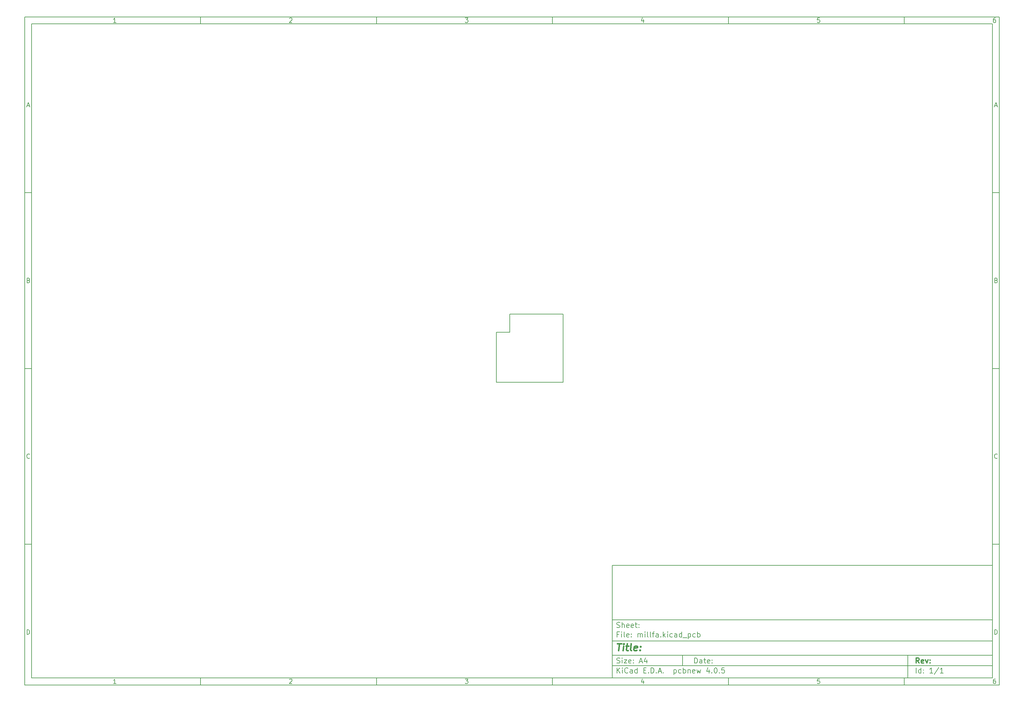
<source format=gbr>
%TF.GenerationSoftware,KiCad,Pcbnew,4.0.5*%
%TF.CreationDate,2017-03-15T23:01:03-07:00*%
%TF.ProjectId,millfa,6D696C6C66612E6B696361645F706362,rev?*%
%TF.FileFunction,Other,User*%
%FSLAX46Y46*%
G04 Gerber Fmt 4.6, Leading zero omitted, Abs format (unit mm)*
G04 Created by KiCad (PCBNEW 4.0.5) date 03/15/17 23:01:03*
%MOMM*%
%LPD*%
G01*
G04 APERTURE LIST*
%ADD10C,0.025400*%
%ADD11C,0.150000*%
%ADD12C,0.300000*%
%ADD13C,0.400000*%
%ADD14C,0.200000*%
G04 APERTURE END LIST*
D10*
D11*
X32984200Y-52075500D02*
X32984200Y-84075500D01*
X140984200Y-84075500D01*
X140984200Y-52075500D01*
X32984200Y-52075500D01*
D10*
D11*
X-134018000Y103931700D02*
X-134018000Y-86075500D01*
X142984200Y-86075500D01*
X142984200Y103931700D01*
X-134018000Y103931700D01*
D10*
D11*
X-132018000Y101931700D02*
X-132018000Y-84075500D01*
X140984200Y-84075500D01*
X140984200Y101931700D01*
X-132018000Y101931700D01*
D10*
D11*
X-84018000Y101931700D02*
X-84018000Y103931700D01*
D10*
D11*
X-34018000Y101931700D02*
X-34018000Y103931700D01*
D10*
D11*
X15982000Y101931700D02*
X15982000Y103931700D01*
D10*
D11*
X65982000Y101931700D02*
X65982000Y103931700D01*
D10*
D11*
X115982000Y101931700D02*
X115982000Y103931700D01*
D10*
D11*
X-108027524Y102343605D02*
X-108770381Y102343605D01*
X-108398952Y102343605D02*
X-108398952Y103643605D01*
X-108522762Y103457890D01*
X-108646571Y103334081D01*
X-108770381Y103272176D01*
D10*
D11*
X-58770381Y103519795D02*
X-58708476Y103581700D01*
X-58584667Y103643605D01*
X-58275143Y103643605D01*
X-58151333Y103581700D01*
X-58089429Y103519795D01*
X-58027524Y103395986D01*
X-58027524Y103272176D01*
X-58089429Y103086462D01*
X-58832286Y102343605D01*
X-58027524Y102343605D01*
D10*
D11*
X-8832286Y103643605D02*
X-8027524Y103643605D01*
X-8460857Y103148367D01*
X-8275143Y103148367D01*
X-8151333Y103086462D01*
X-8089429Y103024557D01*
X-8027524Y102900748D01*
X-8027524Y102591224D01*
X-8089429Y102467414D01*
X-8151333Y102405510D01*
X-8275143Y102343605D01*
X-8646571Y102343605D01*
X-8770381Y102405510D01*
X-8832286Y102467414D01*
D10*
D11*
X41848667Y103210271D02*
X41848667Y102343605D01*
X41539143Y103705510D02*
X41229619Y102776938D01*
X42034381Y102776938D01*
D10*
D11*
X91910571Y103643605D02*
X91291524Y103643605D01*
X91229619Y103024557D01*
X91291524Y103086462D01*
X91415333Y103148367D01*
X91724857Y103148367D01*
X91848667Y103086462D01*
X91910571Y103024557D01*
X91972476Y102900748D01*
X91972476Y102591224D01*
X91910571Y102467414D01*
X91848667Y102405510D01*
X91724857Y102343605D01*
X91415333Y102343605D01*
X91291524Y102405510D01*
X91229619Y102467414D01*
D10*
D11*
X141848667Y103643605D02*
X141601048Y103643605D01*
X141477238Y103581700D01*
X141415333Y103519795D01*
X141291524Y103334081D01*
X141229619Y103086462D01*
X141229619Y102591224D01*
X141291524Y102467414D01*
X141353429Y102405510D01*
X141477238Y102343605D01*
X141724857Y102343605D01*
X141848667Y102405510D01*
X141910571Y102467414D01*
X141972476Y102591224D01*
X141972476Y102900748D01*
X141910571Y103024557D01*
X141848667Y103086462D01*
X141724857Y103148367D01*
X141477238Y103148367D01*
X141353429Y103086462D01*
X141291524Y103024557D01*
X141229619Y102900748D01*
D10*
D11*
X-84018000Y-84075500D02*
X-84018000Y-86075500D01*
D10*
D11*
X-34018000Y-84075500D02*
X-34018000Y-86075500D01*
D10*
D11*
X15982000Y-84075500D02*
X15982000Y-86075500D01*
D10*
D11*
X65982000Y-84075500D02*
X65982000Y-86075500D01*
D10*
D11*
X115982000Y-84075500D02*
X115982000Y-86075500D01*
D10*
D11*
X-108027524Y-85663595D02*
X-108770381Y-85663595D01*
X-108398952Y-85663595D02*
X-108398952Y-84363595D01*
X-108522762Y-84549310D01*
X-108646571Y-84673119D01*
X-108770381Y-84735024D01*
D10*
D11*
X-58770381Y-84487405D02*
X-58708476Y-84425500D01*
X-58584667Y-84363595D01*
X-58275143Y-84363595D01*
X-58151333Y-84425500D01*
X-58089429Y-84487405D01*
X-58027524Y-84611214D01*
X-58027524Y-84735024D01*
X-58089429Y-84920738D01*
X-58832286Y-85663595D01*
X-58027524Y-85663595D01*
D10*
D11*
X-8832286Y-84363595D02*
X-8027524Y-84363595D01*
X-8460857Y-84858833D01*
X-8275143Y-84858833D01*
X-8151333Y-84920738D01*
X-8089429Y-84982643D01*
X-8027524Y-85106452D01*
X-8027524Y-85415976D01*
X-8089429Y-85539786D01*
X-8151333Y-85601690D01*
X-8275143Y-85663595D01*
X-8646571Y-85663595D01*
X-8770381Y-85601690D01*
X-8832286Y-85539786D01*
D10*
D11*
X41848667Y-84796929D02*
X41848667Y-85663595D01*
X41539143Y-84301690D02*
X41229619Y-85230262D01*
X42034381Y-85230262D01*
D10*
D11*
X91910571Y-84363595D02*
X91291524Y-84363595D01*
X91229619Y-84982643D01*
X91291524Y-84920738D01*
X91415333Y-84858833D01*
X91724857Y-84858833D01*
X91848667Y-84920738D01*
X91910571Y-84982643D01*
X91972476Y-85106452D01*
X91972476Y-85415976D01*
X91910571Y-85539786D01*
X91848667Y-85601690D01*
X91724857Y-85663595D01*
X91415333Y-85663595D01*
X91291524Y-85601690D01*
X91229619Y-85539786D01*
D10*
D11*
X141848667Y-84363595D02*
X141601048Y-84363595D01*
X141477238Y-84425500D01*
X141415333Y-84487405D01*
X141291524Y-84673119D01*
X141229619Y-84920738D01*
X141229619Y-85415976D01*
X141291524Y-85539786D01*
X141353429Y-85601690D01*
X141477238Y-85663595D01*
X141724857Y-85663595D01*
X141848667Y-85601690D01*
X141910571Y-85539786D01*
X141972476Y-85415976D01*
X141972476Y-85106452D01*
X141910571Y-84982643D01*
X141848667Y-84920738D01*
X141724857Y-84858833D01*
X141477238Y-84858833D01*
X141353429Y-84920738D01*
X141291524Y-84982643D01*
X141229619Y-85106452D01*
D10*
D11*
X-134018000Y53931700D02*
X-132018000Y53931700D01*
D10*
D11*
X-134018000Y3931700D02*
X-132018000Y3931700D01*
D10*
D11*
X-134018000Y-46068300D02*
X-132018000Y-46068300D01*
D10*
D11*
X-133327524Y78715033D02*
X-132708476Y78715033D01*
X-133451333Y78343605D02*
X-133018000Y79643605D01*
X-132584667Y78343605D01*
D10*
D11*
X-132925143Y29024557D02*
X-132739429Y28962652D01*
X-132677524Y28900748D01*
X-132615619Y28776938D01*
X-132615619Y28591224D01*
X-132677524Y28467414D01*
X-132739429Y28405510D01*
X-132863238Y28343605D01*
X-133358476Y28343605D01*
X-133358476Y29643605D01*
X-132925143Y29643605D01*
X-132801333Y29581700D01*
X-132739429Y29519795D01*
X-132677524Y29395986D01*
X-132677524Y29272176D01*
X-132739429Y29148367D01*
X-132801333Y29086462D01*
X-132925143Y29024557D01*
X-133358476Y29024557D01*
D10*
D11*
X-132615619Y-21532586D02*
X-132677524Y-21594490D01*
X-132863238Y-21656395D01*
X-132987048Y-21656395D01*
X-133172762Y-21594490D01*
X-133296571Y-21470681D01*
X-133358476Y-21346871D01*
X-133420381Y-21099252D01*
X-133420381Y-20913538D01*
X-133358476Y-20665919D01*
X-133296571Y-20542110D01*
X-133172762Y-20418300D01*
X-132987048Y-20356395D01*
X-132863238Y-20356395D01*
X-132677524Y-20418300D01*
X-132615619Y-20480205D01*
D10*
D11*
X-133358476Y-71656395D02*
X-133358476Y-70356395D01*
X-133048952Y-70356395D01*
X-132863238Y-70418300D01*
X-132739429Y-70542110D01*
X-132677524Y-70665919D01*
X-132615619Y-70913538D01*
X-132615619Y-71099252D01*
X-132677524Y-71346871D01*
X-132739429Y-71470681D01*
X-132863238Y-71594490D01*
X-133048952Y-71656395D01*
X-133358476Y-71656395D01*
D10*
D11*
X142984200Y53931700D02*
X140984200Y53931700D01*
D10*
D11*
X142984200Y3931700D02*
X140984200Y3931700D01*
D10*
D11*
X142984200Y-46068300D02*
X140984200Y-46068300D01*
D10*
D11*
X141674676Y78715033D02*
X142293724Y78715033D01*
X141550867Y78343605D02*
X141984200Y79643605D01*
X142417533Y78343605D01*
D10*
D11*
X142077057Y29024557D02*
X142262771Y28962652D01*
X142324676Y28900748D01*
X142386581Y28776938D01*
X142386581Y28591224D01*
X142324676Y28467414D01*
X142262771Y28405510D01*
X142138962Y28343605D01*
X141643724Y28343605D01*
X141643724Y29643605D01*
X142077057Y29643605D01*
X142200867Y29581700D01*
X142262771Y29519795D01*
X142324676Y29395986D01*
X142324676Y29272176D01*
X142262771Y29148367D01*
X142200867Y29086462D01*
X142077057Y29024557D01*
X141643724Y29024557D01*
D10*
D11*
X142386581Y-21532586D02*
X142324676Y-21594490D01*
X142138962Y-21656395D01*
X142015152Y-21656395D01*
X141829438Y-21594490D01*
X141705629Y-21470681D01*
X141643724Y-21346871D01*
X141581819Y-21099252D01*
X141581819Y-20913538D01*
X141643724Y-20665919D01*
X141705629Y-20542110D01*
X141829438Y-20418300D01*
X142015152Y-20356395D01*
X142138962Y-20356395D01*
X142324676Y-20418300D01*
X142386581Y-20480205D01*
D10*
D11*
X141643724Y-71656395D02*
X141643724Y-70356395D01*
X141953248Y-70356395D01*
X142138962Y-70418300D01*
X142262771Y-70542110D01*
X142324676Y-70665919D01*
X142386581Y-70913538D01*
X142386581Y-71099252D01*
X142324676Y-71346871D01*
X142262771Y-71470681D01*
X142138962Y-71594490D01*
X141953248Y-71656395D01*
X141643724Y-71656395D01*
D10*
D11*
X56341343Y-79854071D02*
X56341343Y-78354071D01*
X56698486Y-78354071D01*
X56912771Y-78425500D01*
X57055629Y-78568357D01*
X57127057Y-78711214D01*
X57198486Y-78996929D01*
X57198486Y-79211214D01*
X57127057Y-79496929D01*
X57055629Y-79639786D01*
X56912771Y-79782643D01*
X56698486Y-79854071D01*
X56341343Y-79854071D01*
X58484200Y-79854071D02*
X58484200Y-79068357D01*
X58412771Y-78925500D01*
X58269914Y-78854071D01*
X57984200Y-78854071D01*
X57841343Y-78925500D01*
X58484200Y-79782643D02*
X58341343Y-79854071D01*
X57984200Y-79854071D01*
X57841343Y-79782643D01*
X57769914Y-79639786D01*
X57769914Y-79496929D01*
X57841343Y-79354071D01*
X57984200Y-79282643D01*
X58341343Y-79282643D01*
X58484200Y-79211214D01*
X58984200Y-78854071D02*
X59555629Y-78854071D01*
X59198486Y-78354071D02*
X59198486Y-79639786D01*
X59269914Y-79782643D01*
X59412772Y-79854071D01*
X59555629Y-79854071D01*
X60627057Y-79782643D02*
X60484200Y-79854071D01*
X60198486Y-79854071D01*
X60055629Y-79782643D01*
X59984200Y-79639786D01*
X59984200Y-79068357D01*
X60055629Y-78925500D01*
X60198486Y-78854071D01*
X60484200Y-78854071D01*
X60627057Y-78925500D01*
X60698486Y-79068357D01*
X60698486Y-79211214D01*
X59984200Y-79354071D01*
X61341343Y-79711214D02*
X61412771Y-79782643D01*
X61341343Y-79854071D01*
X61269914Y-79782643D01*
X61341343Y-79711214D01*
X61341343Y-79854071D01*
X61341343Y-78925500D02*
X61412771Y-78996929D01*
X61341343Y-79068357D01*
X61269914Y-78996929D01*
X61341343Y-78925500D01*
X61341343Y-79068357D01*
D10*
D11*
X32984200Y-80575500D02*
X140984200Y-80575500D01*
D10*
D11*
X34341343Y-82654071D02*
X34341343Y-81154071D01*
X35198486Y-82654071D02*
X34555629Y-81796929D01*
X35198486Y-81154071D02*
X34341343Y-82011214D01*
X35841343Y-82654071D02*
X35841343Y-81654071D01*
X35841343Y-81154071D02*
X35769914Y-81225500D01*
X35841343Y-81296929D01*
X35912771Y-81225500D01*
X35841343Y-81154071D01*
X35841343Y-81296929D01*
X37412772Y-82511214D02*
X37341343Y-82582643D01*
X37127057Y-82654071D01*
X36984200Y-82654071D01*
X36769915Y-82582643D01*
X36627057Y-82439786D01*
X36555629Y-82296929D01*
X36484200Y-82011214D01*
X36484200Y-81796929D01*
X36555629Y-81511214D01*
X36627057Y-81368357D01*
X36769915Y-81225500D01*
X36984200Y-81154071D01*
X37127057Y-81154071D01*
X37341343Y-81225500D01*
X37412772Y-81296929D01*
X38698486Y-82654071D02*
X38698486Y-81868357D01*
X38627057Y-81725500D01*
X38484200Y-81654071D01*
X38198486Y-81654071D01*
X38055629Y-81725500D01*
X38698486Y-82582643D02*
X38555629Y-82654071D01*
X38198486Y-82654071D01*
X38055629Y-82582643D01*
X37984200Y-82439786D01*
X37984200Y-82296929D01*
X38055629Y-82154071D01*
X38198486Y-82082643D01*
X38555629Y-82082643D01*
X38698486Y-82011214D01*
X40055629Y-82654071D02*
X40055629Y-81154071D01*
X40055629Y-82582643D02*
X39912772Y-82654071D01*
X39627058Y-82654071D01*
X39484200Y-82582643D01*
X39412772Y-82511214D01*
X39341343Y-82368357D01*
X39341343Y-81939786D01*
X39412772Y-81796929D01*
X39484200Y-81725500D01*
X39627058Y-81654071D01*
X39912772Y-81654071D01*
X40055629Y-81725500D01*
X41912772Y-81868357D02*
X42412772Y-81868357D01*
X42627058Y-82654071D02*
X41912772Y-82654071D01*
X41912772Y-81154071D01*
X42627058Y-81154071D01*
X43269915Y-82511214D02*
X43341343Y-82582643D01*
X43269915Y-82654071D01*
X43198486Y-82582643D01*
X43269915Y-82511214D01*
X43269915Y-82654071D01*
X43984201Y-82654071D02*
X43984201Y-81154071D01*
X44341344Y-81154071D01*
X44555629Y-81225500D01*
X44698487Y-81368357D01*
X44769915Y-81511214D01*
X44841344Y-81796929D01*
X44841344Y-82011214D01*
X44769915Y-82296929D01*
X44698487Y-82439786D01*
X44555629Y-82582643D01*
X44341344Y-82654071D01*
X43984201Y-82654071D01*
X45484201Y-82511214D02*
X45555629Y-82582643D01*
X45484201Y-82654071D01*
X45412772Y-82582643D01*
X45484201Y-82511214D01*
X45484201Y-82654071D01*
X46127058Y-82225500D02*
X46841344Y-82225500D01*
X45984201Y-82654071D02*
X46484201Y-81154071D01*
X46984201Y-82654071D01*
X47484201Y-82511214D02*
X47555629Y-82582643D01*
X47484201Y-82654071D01*
X47412772Y-82582643D01*
X47484201Y-82511214D01*
X47484201Y-82654071D01*
X50484201Y-81654071D02*
X50484201Y-83154071D01*
X50484201Y-81725500D02*
X50627058Y-81654071D01*
X50912772Y-81654071D01*
X51055629Y-81725500D01*
X51127058Y-81796929D01*
X51198487Y-81939786D01*
X51198487Y-82368357D01*
X51127058Y-82511214D01*
X51055629Y-82582643D01*
X50912772Y-82654071D01*
X50627058Y-82654071D01*
X50484201Y-82582643D01*
X52484201Y-82582643D02*
X52341344Y-82654071D01*
X52055630Y-82654071D01*
X51912772Y-82582643D01*
X51841344Y-82511214D01*
X51769915Y-82368357D01*
X51769915Y-81939786D01*
X51841344Y-81796929D01*
X51912772Y-81725500D01*
X52055630Y-81654071D01*
X52341344Y-81654071D01*
X52484201Y-81725500D01*
X53127058Y-82654071D02*
X53127058Y-81154071D01*
X53127058Y-81725500D02*
X53269915Y-81654071D01*
X53555629Y-81654071D01*
X53698486Y-81725500D01*
X53769915Y-81796929D01*
X53841344Y-81939786D01*
X53841344Y-82368357D01*
X53769915Y-82511214D01*
X53698486Y-82582643D01*
X53555629Y-82654071D01*
X53269915Y-82654071D01*
X53127058Y-82582643D01*
X54484201Y-81654071D02*
X54484201Y-82654071D01*
X54484201Y-81796929D02*
X54555629Y-81725500D01*
X54698487Y-81654071D01*
X54912772Y-81654071D01*
X55055629Y-81725500D01*
X55127058Y-81868357D01*
X55127058Y-82654071D01*
X56412772Y-82582643D02*
X56269915Y-82654071D01*
X55984201Y-82654071D01*
X55841344Y-82582643D01*
X55769915Y-82439786D01*
X55769915Y-81868357D01*
X55841344Y-81725500D01*
X55984201Y-81654071D01*
X56269915Y-81654071D01*
X56412772Y-81725500D01*
X56484201Y-81868357D01*
X56484201Y-82011214D01*
X55769915Y-82154071D01*
X56984201Y-81654071D02*
X57269915Y-82654071D01*
X57555629Y-81939786D01*
X57841344Y-82654071D01*
X58127058Y-81654071D01*
X60484201Y-81654071D02*
X60484201Y-82654071D01*
X60127058Y-81082643D02*
X59769915Y-82154071D01*
X60698487Y-82154071D01*
X61269915Y-82511214D02*
X61341343Y-82582643D01*
X61269915Y-82654071D01*
X61198486Y-82582643D01*
X61269915Y-82511214D01*
X61269915Y-82654071D01*
X62269915Y-81154071D02*
X62412772Y-81154071D01*
X62555629Y-81225500D01*
X62627058Y-81296929D01*
X62698487Y-81439786D01*
X62769915Y-81725500D01*
X62769915Y-82082643D01*
X62698487Y-82368357D01*
X62627058Y-82511214D01*
X62555629Y-82582643D01*
X62412772Y-82654071D01*
X62269915Y-82654071D01*
X62127058Y-82582643D01*
X62055629Y-82511214D01*
X61984201Y-82368357D01*
X61912772Y-82082643D01*
X61912772Y-81725500D01*
X61984201Y-81439786D01*
X62055629Y-81296929D01*
X62127058Y-81225500D01*
X62269915Y-81154071D01*
X63412772Y-82511214D02*
X63484200Y-82582643D01*
X63412772Y-82654071D01*
X63341343Y-82582643D01*
X63412772Y-82511214D01*
X63412772Y-82654071D01*
X64841344Y-81154071D02*
X64127058Y-81154071D01*
X64055629Y-81868357D01*
X64127058Y-81796929D01*
X64269915Y-81725500D01*
X64627058Y-81725500D01*
X64769915Y-81796929D01*
X64841344Y-81868357D01*
X64912772Y-82011214D01*
X64912772Y-82368357D01*
X64841344Y-82511214D01*
X64769915Y-82582643D01*
X64627058Y-82654071D01*
X64269915Y-82654071D01*
X64127058Y-82582643D01*
X64055629Y-82511214D01*
D10*
D11*
X32984200Y-77575500D02*
X140984200Y-77575500D01*
D10*
D12*
X120198486Y-79854071D02*
X119698486Y-79139786D01*
X119341343Y-79854071D02*
X119341343Y-78354071D01*
X119912771Y-78354071D01*
X120055629Y-78425500D01*
X120127057Y-78496929D01*
X120198486Y-78639786D01*
X120198486Y-78854071D01*
X120127057Y-78996929D01*
X120055629Y-79068357D01*
X119912771Y-79139786D01*
X119341343Y-79139786D01*
X121412771Y-79782643D02*
X121269914Y-79854071D01*
X120984200Y-79854071D01*
X120841343Y-79782643D01*
X120769914Y-79639786D01*
X120769914Y-79068357D01*
X120841343Y-78925500D01*
X120984200Y-78854071D01*
X121269914Y-78854071D01*
X121412771Y-78925500D01*
X121484200Y-79068357D01*
X121484200Y-79211214D01*
X120769914Y-79354071D01*
X121984200Y-78854071D02*
X122341343Y-79854071D01*
X122698485Y-78854071D01*
X123269914Y-79711214D02*
X123341342Y-79782643D01*
X123269914Y-79854071D01*
X123198485Y-79782643D01*
X123269914Y-79711214D01*
X123269914Y-79854071D01*
X123269914Y-78925500D02*
X123341342Y-78996929D01*
X123269914Y-79068357D01*
X123198485Y-78996929D01*
X123269914Y-78925500D01*
X123269914Y-79068357D01*
D10*
D11*
X34269914Y-79782643D02*
X34484200Y-79854071D01*
X34841343Y-79854071D01*
X34984200Y-79782643D01*
X35055629Y-79711214D01*
X35127057Y-79568357D01*
X35127057Y-79425500D01*
X35055629Y-79282643D01*
X34984200Y-79211214D01*
X34841343Y-79139786D01*
X34555629Y-79068357D01*
X34412771Y-78996929D01*
X34341343Y-78925500D01*
X34269914Y-78782643D01*
X34269914Y-78639786D01*
X34341343Y-78496929D01*
X34412771Y-78425500D01*
X34555629Y-78354071D01*
X34912771Y-78354071D01*
X35127057Y-78425500D01*
X35769914Y-79854071D02*
X35769914Y-78854071D01*
X35769914Y-78354071D02*
X35698485Y-78425500D01*
X35769914Y-78496929D01*
X35841342Y-78425500D01*
X35769914Y-78354071D01*
X35769914Y-78496929D01*
X36341343Y-78854071D02*
X37127057Y-78854071D01*
X36341343Y-79854071D01*
X37127057Y-79854071D01*
X38269914Y-79782643D02*
X38127057Y-79854071D01*
X37841343Y-79854071D01*
X37698486Y-79782643D01*
X37627057Y-79639786D01*
X37627057Y-79068357D01*
X37698486Y-78925500D01*
X37841343Y-78854071D01*
X38127057Y-78854071D01*
X38269914Y-78925500D01*
X38341343Y-79068357D01*
X38341343Y-79211214D01*
X37627057Y-79354071D01*
X38984200Y-79711214D02*
X39055628Y-79782643D01*
X38984200Y-79854071D01*
X38912771Y-79782643D01*
X38984200Y-79711214D01*
X38984200Y-79854071D01*
X38984200Y-78925500D02*
X39055628Y-78996929D01*
X38984200Y-79068357D01*
X38912771Y-78996929D01*
X38984200Y-78925500D01*
X38984200Y-79068357D01*
X40769914Y-79425500D02*
X41484200Y-79425500D01*
X40627057Y-79854071D02*
X41127057Y-78354071D01*
X41627057Y-79854071D01*
X42769914Y-78854071D02*
X42769914Y-79854071D01*
X42412771Y-78282643D02*
X42055628Y-79354071D01*
X42984200Y-79354071D01*
D10*
D11*
X119341343Y-82654071D02*
X119341343Y-81154071D01*
X120698486Y-82654071D02*
X120698486Y-81154071D01*
X120698486Y-82582643D02*
X120555629Y-82654071D01*
X120269915Y-82654071D01*
X120127057Y-82582643D01*
X120055629Y-82511214D01*
X119984200Y-82368357D01*
X119984200Y-81939786D01*
X120055629Y-81796929D01*
X120127057Y-81725500D01*
X120269915Y-81654071D01*
X120555629Y-81654071D01*
X120698486Y-81725500D01*
X121412772Y-82511214D02*
X121484200Y-82582643D01*
X121412772Y-82654071D01*
X121341343Y-82582643D01*
X121412772Y-82511214D01*
X121412772Y-82654071D01*
X121412772Y-81725500D02*
X121484200Y-81796929D01*
X121412772Y-81868357D01*
X121341343Y-81796929D01*
X121412772Y-81725500D01*
X121412772Y-81868357D01*
X124055629Y-82654071D02*
X123198486Y-82654071D01*
X123627058Y-82654071D02*
X123627058Y-81154071D01*
X123484201Y-81368357D01*
X123341343Y-81511214D01*
X123198486Y-81582643D01*
X125769914Y-81082643D02*
X124484200Y-83011214D01*
X127055629Y-82654071D02*
X126198486Y-82654071D01*
X126627058Y-82654071D02*
X126627058Y-81154071D01*
X126484201Y-81368357D01*
X126341343Y-81511214D01*
X126198486Y-81582643D01*
D10*
D11*
X32984200Y-73575500D02*
X140984200Y-73575500D01*
D10*
D13*
X34436581Y-74280262D02*
X35579438Y-74280262D01*
X34758010Y-76280262D02*
X35008010Y-74280262D01*
X35996105Y-76280262D02*
X36162771Y-74946929D01*
X36246105Y-74280262D02*
X36138962Y-74375500D01*
X36222295Y-74470738D01*
X36329439Y-74375500D01*
X36246105Y-74280262D01*
X36222295Y-74470738D01*
X36829438Y-74946929D02*
X37591343Y-74946929D01*
X37198486Y-74280262D02*
X36984200Y-75994548D01*
X37055630Y-76185024D01*
X37234201Y-76280262D01*
X37424677Y-76280262D01*
X38377058Y-76280262D02*
X38198487Y-76185024D01*
X38127057Y-75994548D01*
X38341343Y-74280262D01*
X39912772Y-76185024D02*
X39710391Y-76280262D01*
X39329439Y-76280262D01*
X39150867Y-76185024D01*
X39079438Y-75994548D01*
X39174676Y-75232643D01*
X39293724Y-75042167D01*
X39496105Y-74946929D01*
X39877057Y-74946929D01*
X40055629Y-75042167D01*
X40127057Y-75232643D01*
X40103248Y-75423119D01*
X39127057Y-75613595D01*
X40877057Y-76089786D02*
X40960392Y-76185024D01*
X40853248Y-76280262D01*
X40769915Y-76185024D01*
X40877057Y-76089786D01*
X40853248Y-76280262D01*
X41008010Y-75042167D02*
X41091344Y-75137405D01*
X40984200Y-75232643D01*
X40900867Y-75137405D01*
X41008010Y-75042167D01*
X40984200Y-75232643D01*
D10*
D11*
X34841343Y-71668357D02*
X34341343Y-71668357D01*
X34341343Y-72454071D02*
X34341343Y-70954071D01*
X35055629Y-70954071D01*
X35627057Y-72454071D02*
X35627057Y-71454071D01*
X35627057Y-70954071D02*
X35555628Y-71025500D01*
X35627057Y-71096929D01*
X35698485Y-71025500D01*
X35627057Y-70954071D01*
X35627057Y-71096929D01*
X36555629Y-72454071D02*
X36412771Y-72382643D01*
X36341343Y-72239786D01*
X36341343Y-70954071D01*
X37698485Y-72382643D02*
X37555628Y-72454071D01*
X37269914Y-72454071D01*
X37127057Y-72382643D01*
X37055628Y-72239786D01*
X37055628Y-71668357D01*
X37127057Y-71525500D01*
X37269914Y-71454071D01*
X37555628Y-71454071D01*
X37698485Y-71525500D01*
X37769914Y-71668357D01*
X37769914Y-71811214D01*
X37055628Y-71954071D01*
X38412771Y-72311214D02*
X38484199Y-72382643D01*
X38412771Y-72454071D01*
X38341342Y-72382643D01*
X38412771Y-72311214D01*
X38412771Y-72454071D01*
X38412771Y-71525500D02*
X38484199Y-71596929D01*
X38412771Y-71668357D01*
X38341342Y-71596929D01*
X38412771Y-71525500D01*
X38412771Y-71668357D01*
X40269914Y-72454071D02*
X40269914Y-71454071D01*
X40269914Y-71596929D02*
X40341342Y-71525500D01*
X40484200Y-71454071D01*
X40698485Y-71454071D01*
X40841342Y-71525500D01*
X40912771Y-71668357D01*
X40912771Y-72454071D01*
X40912771Y-71668357D02*
X40984200Y-71525500D01*
X41127057Y-71454071D01*
X41341342Y-71454071D01*
X41484200Y-71525500D01*
X41555628Y-71668357D01*
X41555628Y-72454071D01*
X42269914Y-72454071D02*
X42269914Y-71454071D01*
X42269914Y-70954071D02*
X42198485Y-71025500D01*
X42269914Y-71096929D01*
X42341342Y-71025500D01*
X42269914Y-70954071D01*
X42269914Y-71096929D01*
X43198486Y-72454071D02*
X43055628Y-72382643D01*
X42984200Y-72239786D01*
X42984200Y-70954071D01*
X43984200Y-72454071D02*
X43841342Y-72382643D01*
X43769914Y-72239786D01*
X43769914Y-70954071D01*
X44341342Y-71454071D02*
X44912771Y-71454071D01*
X44555628Y-72454071D02*
X44555628Y-71168357D01*
X44627056Y-71025500D01*
X44769914Y-70954071D01*
X44912771Y-70954071D01*
X46055628Y-72454071D02*
X46055628Y-71668357D01*
X45984199Y-71525500D01*
X45841342Y-71454071D01*
X45555628Y-71454071D01*
X45412771Y-71525500D01*
X46055628Y-72382643D02*
X45912771Y-72454071D01*
X45555628Y-72454071D01*
X45412771Y-72382643D01*
X45341342Y-72239786D01*
X45341342Y-72096929D01*
X45412771Y-71954071D01*
X45555628Y-71882643D01*
X45912771Y-71882643D01*
X46055628Y-71811214D01*
X46769914Y-72311214D02*
X46841342Y-72382643D01*
X46769914Y-72454071D01*
X46698485Y-72382643D01*
X46769914Y-72311214D01*
X46769914Y-72454071D01*
X47484200Y-72454071D02*
X47484200Y-70954071D01*
X47627057Y-71882643D02*
X48055628Y-72454071D01*
X48055628Y-71454071D02*
X47484200Y-72025500D01*
X48698486Y-72454071D02*
X48698486Y-71454071D01*
X48698486Y-70954071D02*
X48627057Y-71025500D01*
X48698486Y-71096929D01*
X48769914Y-71025500D01*
X48698486Y-70954071D01*
X48698486Y-71096929D01*
X50055629Y-72382643D02*
X49912772Y-72454071D01*
X49627058Y-72454071D01*
X49484200Y-72382643D01*
X49412772Y-72311214D01*
X49341343Y-72168357D01*
X49341343Y-71739786D01*
X49412772Y-71596929D01*
X49484200Y-71525500D01*
X49627058Y-71454071D01*
X49912772Y-71454071D01*
X50055629Y-71525500D01*
X51341343Y-72454071D02*
X51341343Y-71668357D01*
X51269914Y-71525500D01*
X51127057Y-71454071D01*
X50841343Y-71454071D01*
X50698486Y-71525500D01*
X51341343Y-72382643D02*
X51198486Y-72454071D01*
X50841343Y-72454071D01*
X50698486Y-72382643D01*
X50627057Y-72239786D01*
X50627057Y-72096929D01*
X50698486Y-71954071D01*
X50841343Y-71882643D01*
X51198486Y-71882643D01*
X51341343Y-71811214D01*
X52698486Y-72454071D02*
X52698486Y-70954071D01*
X52698486Y-72382643D02*
X52555629Y-72454071D01*
X52269915Y-72454071D01*
X52127057Y-72382643D01*
X52055629Y-72311214D01*
X51984200Y-72168357D01*
X51984200Y-71739786D01*
X52055629Y-71596929D01*
X52127057Y-71525500D01*
X52269915Y-71454071D01*
X52555629Y-71454071D01*
X52698486Y-71525500D01*
X53055629Y-72596929D02*
X54198486Y-72596929D01*
X54555629Y-71454071D02*
X54555629Y-72954071D01*
X54555629Y-71525500D02*
X54698486Y-71454071D01*
X54984200Y-71454071D01*
X55127057Y-71525500D01*
X55198486Y-71596929D01*
X55269915Y-71739786D01*
X55269915Y-72168357D01*
X55198486Y-72311214D01*
X55127057Y-72382643D01*
X54984200Y-72454071D01*
X54698486Y-72454071D01*
X54555629Y-72382643D01*
X56555629Y-72382643D02*
X56412772Y-72454071D01*
X56127058Y-72454071D01*
X55984200Y-72382643D01*
X55912772Y-72311214D01*
X55841343Y-72168357D01*
X55841343Y-71739786D01*
X55912772Y-71596929D01*
X55984200Y-71525500D01*
X56127058Y-71454071D01*
X56412772Y-71454071D01*
X56555629Y-71525500D01*
X57198486Y-72454071D02*
X57198486Y-70954071D01*
X57198486Y-71525500D02*
X57341343Y-71454071D01*
X57627057Y-71454071D01*
X57769914Y-71525500D01*
X57841343Y-71596929D01*
X57912772Y-71739786D01*
X57912772Y-72168357D01*
X57841343Y-72311214D01*
X57769914Y-72382643D01*
X57627057Y-72454071D01*
X57341343Y-72454071D01*
X57198486Y-72382643D01*
D10*
D11*
X32984200Y-67575500D02*
X140984200Y-67575500D01*
D10*
D11*
X34269914Y-69682643D02*
X34484200Y-69754071D01*
X34841343Y-69754071D01*
X34984200Y-69682643D01*
X35055629Y-69611214D01*
X35127057Y-69468357D01*
X35127057Y-69325500D01*
X35055629Y-69182643D01*
X34984200Y-69111214D01*
X34841343Y-69039786D01*
X34555629Y-68968357D01*
X34412771Y-68896929D01*
X34341343Y-68825500D01*
X34269914Y-68682643D01*
X34269914Y-68539786D01*
X34341343Y-68396929D01*
X34412771Y-68325500D01*
X34555629Y-68254071D01*
X34912771Y-68254071D01*
X35127057Y-68325500D01*
X35769914Y-69754071D02*
X35769914Y-68254071D01*
X36412771Y-69754071D02*
X36412771Y-68968357D01*
X36341342Y-68825500D01*
X36198485Y-68754071D01*
X35984200Y-68754071D01*
X35841342Y-68825500D01*
X35769914Y-68896929D01*
X37698485Y-69682643D02*
X37555628Y-69754071D01*
X37269914Y-69754071D01*
X37127057Y-69682643D01*
X37055628Y-69539786D01*
X37055628Y-68968357D01*
X37127057Y-68825500D01*
X37269914Y-68754071D01*
X37555628Y-68754071D01*
X37698485Y-68825500D01*
X37769914Y-68968357D01*
X37769914Y-69111214D01*
X37055628Y-69254071D01*
X38984199Y-69682643D02*
X38841342Y-69754071D01*
X38555628Y-69754071D01*
X38412771Y-69682643D01*
X38341342Y-69539786D01*
X38341342Y-68968357D01*
X38412771Y-68825500D01*
X38555628Y-68754071D01*
X38841342Y-68754071D01*
X38984199Y-68825500D01*
X39055628Y-68968357D01*
X39055628Y-69111214D01*
X38341342Y-69254071D01*
X39484199Y-68754071D02*
X40055628Y-68754071D01*
X39698485Y-68254071D02*
X39698485Y-69539786D01*
X39769913Y-69682643D01*
X39912771Y-69754071D01*
X40055628Y-69754071D01*
X40555628Y-69611214D02*
X40627056Y-69682643D01*
X40555628Y-69754071D01*
X40484199Y-69682643D01*
X40555628Y-69611214D01*
X40555628Y-69754071D01*
X40555628Y-68825500D02*
X40627056Y-68896929D01*
X40555628Y-68968357D01*
X40484199Y-68896929D01*
X40555628Y-68825500D01*
X40555628Y-68968357D01*
D10*
D11*
X52984200Y-77575500D02*
X52984200Y-80575500D01*
D10*
D11*
X116984200Y-77575500D02*
X116984200Y-84075500D01*
D14*
X18986500Y0D02*
X18986500Y19431000D01*
X12700Y0D02*
X18986500Y0D01*
X0Y6400800D02*
X0Y0D01*
X3810000Y14224000D02*
X3810000Y19431000D01*
X0Y14224000D02*
X3810000Y14224000D01*
X0Y6400800D02*
X0Y14224000D01*
X18973800Y19431000D02*
X18973800Y6400800D01*
X3810000Y19431000D02*
X18973800Y19431000D01*
M02*

</source>
